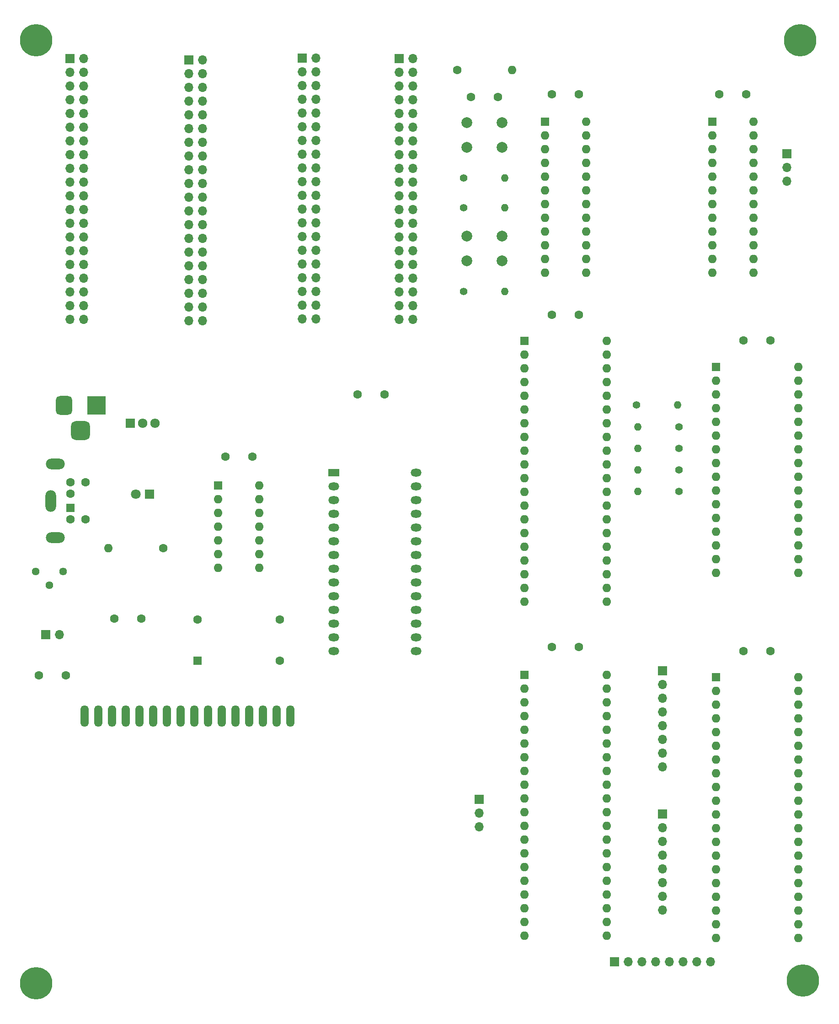
<source format=gbr>
%TF.GenerationSoftware,KiCad,Pcbnew,(6.0.7)*%
%TF.CreationDate,2022-08-28T18:23:33-05:00*%
%TF.ProjectId,6502,36353032-2e6b-4696-9361-645f70636258,rev?*%
%TF.SameCoordinates,Original*%
%TF.FileFunction,Soldermask,Bot*%
%TF.FilePolarity,Negative*%
%FSLAX46Y46*%
G04 Gerber Fmt 4.6, Leading zero omitted, Abs format (unit mm)*
G04 Created by KiCad (PCBNEW (6.0.7)) date 2022-08-28 18:23:33*
%MOMM*%
%LPD*%
G01*
G04 APERTURE LIST*
G04 Aperture macros list*
%AMRoundRect*
0 Rectangle with rounded corners*
0 $1 Rounding radius*
0 $2 $3 $4 $5 $6 $7 $8 $9 X,Y pos of 4 corners*
0 Add a 4 corners polygon primitive as box body*
4,1,4,$2,$3,$4,$5,$6,$7,$8,$9,$2,$3,0*
0 Add four circle primitives for the rounded corners*
1,1,$1+$1,$2,$3*
1,1,$1+$1,$4,$5*
1,1,$1+$1,$6,$7*
1,1,$1+$1,$8,$9*
0 Add four rect primitives between the rounded corners*
20,1,$1+$1,$2,$3,$4,$5,0*
20,1,$1+$1,$4,$5,$6,$7,0*
20,1,$1+$1,$6,$7,$8,$9,0*
20,1,$1+$1,$8,$9,$2,$3,0*%
G04 Aperture macros list end*
%ADD10R,1.700000X1.700000*%
%ADD11O,1.700000X1.700000*%
%ADD12C,1.600000*%
%ADD13R,1.600000X1.600000*%
%ADD14O,1.600000X1.600000*%
%ADD15O,1.501140X4.000500*%
%ADD16C,6.000000*%
%ADD17C,1.400000*%
%ADD18O,1.400000X1.400000*%
%ADD19O,3.500000X2.000000*%
%ADD20O,2.000000X4.000000*%
%ADD21C,1.440000*%
%ADD22R,3.500000X3.500000*%
%ADD23RoundRect,0.750000X-0.750000X-1.000000X0.750000X-1.000000X0.750000X1.000000X-0.750000X1.000000X0*%
%ADD24RoundRect,0.875000X-0.875000X-0.875000X0.875000X-0.875000X0.875000X0.875000X-0.875000X0.875000X0*%
%ADD25R,2.000000X1.440000*%
%ADD26O,2.000000X1.440000*%
%ADD27C,2.000000*%
%ADD28R,1.717500X1.800000*%
%ADD29O,1.717500X1.800000*%
%ADD30R,1.800000X1.800000*%
%ADD31C,1.800000*%
G04 APERTURE END LIST*
D10*
%TO.C,J3*%
X214000000Y-224975000D03*
D11*
X214000000Y-227515000D03*
X214000000Y-230055000D03*
%TD*%
D12*
%TO.C,C6*%
X146500000Y-191500000D03*
X151500000Y-191500000D03*
%TD*%
D13*
%TO.C,U5*%
X222375000Y-140125000D03*
D14*
X222375000Y-142665000D03*
X222375000Y-145205000D03*
X222375000Y-147745000D03*
X222375000Y-150285000D03*
X222375000Y-152825000D03*
X222375000Y-155365000D03*
X222375000Y-157905000D03*
X222375000Y-160445000D03*
X222375000Y-162985000D03*
X222375000Y-165525000D03*
X222375000Y-168065000D03*
X222375000Y-170605000D03*
X222375000Y-173145000D03*
X222375000Y-175685000D03*
X222375000Y-178225000D03*
X222375000Y-180765000D03*
X222375000Y-183305000D03*
X222375000Y-185845000D03*
X222375000Y-188385000D03*
X237615000Y-188385000D03*
X237615000Y-185845000D03*
X237615000Y-183305000D03*
X237615000Y-180765000D03*
X237615000Y-178225000D03*
X237615000Y-175685000D03*
X237615000Y-173145000D03*
X237615000Y-170605000D03*
X237615000Y-168065000D03*
X237615000Y-165525000D03*
X237615000Y-162985000D03*
X237615000Y-160445000D03*
X237615000Y-157905000D03*
X237615000Y-155365000D03*
X237615000Y-152825000D03*
X237615000Y-150285000D03*
X237615000Y-147745000D03*
X237615000Y-145205000D03*
X237615000Y-142665000D03*
X237615000Y-140125000D03*
%TD*%
D12*
%TO.C,C5*%
X227500000Y-94500000D03*
X232500000Y-94500000D03*
%TD*%
D13*
%TO.C,U2*%
X226200000Y-99525000D03*
D14*
X226200000Y-102065000D03*
X226200000Y-104605000D03*
X226200000Y-107145000D03*
X226200000Y-109685000D03*
X226200000Y-112225000D03*
X226200000Y-114765000D03*
X226200000Y-117305000D03*
X226200000Y-119845000D03*
X226200000Y-122385000D03*
X226200000Y-124925000D03*
X226200000Y-127465000D03*
X233820000Y-127465000D03*
X233820000Y-124925000D03*
X233820000Y-122385000D03*
X233820000Y-119845000D03*
X233820000Y-117305000D03*
X233820000Y-114765000D03*
X233820000Y-112225000D03*
X233820000Y-109685000D03*
X233820000Y-107145000D03*
X233820000Y-104605000D03*
X233820000Y-102065000D03*
X233820000Y-99525000D03*
%TD*%
D12*
%TO.C,R10*%
X210000000Y-90000000D03*
D14*
X220160000Y-90000000D03*
%TD*%
D15*
%TO.C,U9*%
X141000840Y-209499420D03*
X143540840Y-209499420D03*
X146080840Y-209499420D03*
X148620840Y-209499420D03*
X151160840Y-209499420D03*
X153700840Y-209499420D03*
X156240840Y-209499420D03*
X158780840Y-209499420D03*
X161320840Y-209499420D03*
X163860840Y-209499420D03*
X166400840Y-209499420D03*
X168940840Y-209499420D03*
X171480840Y-209499420D03*
X174020840Y-209499420D03*
X176560840Y-209499420D03*
X179100840Y-209499420D03*
%TD*%
D16*
%TO.C,REF4*%
X132000000Y-259000000D03*
%TD*%
D17*
%TO.C,R7*%
X251000000Y-156000000D03*
D18*
X243380000Y-156000000D03*
%TD*%
D17*
%TO.C,R8*%
X243190000Y-152000000D03*
D18*
X250810000Y-152000000D03*
%TD*%
D17*
%TO.C,R2*%
X211190000Y-131000000D03*
D18*
X218810000Y-131000000D03*
%TD*%
D13*
%TO.C,J9*%
X138360000Y-171000000D03*
D12*
X138360000Y-168400000D03*
X138360000Y-173100000D03*
X138360000Y-166300000D03*
X141160000Y-173100000D03*
X141160000Y-166300000D03*
D19*
X135510000Y-176550000D03*
D20*
X134710000Y-169700000D03*
D19*
X135510000Y-162850000D03*
%TD*%
D12*
%TO.C,C10*%
X227500000Y-196750000D03*
X232500000Y-196750000D03*
%TD*%
D13*
%TO.C,X1*%
X161880000Y-199310000D03*
D12*
X177120000Y-199310000D03*
X177120000Y-191690000D03*
X161880000Y-191690000D03*
%TD*%
D10*
%TO.C,J10*%
X138225000Y-87875000D03*
D11*
X140765000Y-87875000D03*
X138225000Y-90415000D03*
X140765000Y-90415000D03*
X138225000Y-92955000D03*
X140765000Y-92955000D03*
X138225000Y-95495000D03*
X140765000Y-95495000D03*
X138225000Y-98035000D03*
X140765000Y-98035000D03*
X138225000Y-100575000D03*
X140765000Y-100575000D03*
X138225000Y-103115000D03*
X140765000Y-103115000D03*
X138225000Y-105655000D03*
X140765000Y-105655000D03*
X138225000Y-108195000D03*
X140765000Y-108195000D03*
X138225000Y-110735000D03*
X140765000Y-110735000D03*
X138225000Y-113275000D03*
X140765000Y-113275000D03*
X138225000Y-115815000D03*
X140765000Y-115815000D03*
X138225000Y-118355000D03*
X140765000Y-118355000D03*
X138225000Y-120895000D03*
X140765000Y-120895000D03*
X138225000Y-123435000D03*
X140765000Y-123435000D03*
X138225000Y-125975000D03*
X140765000Y-125975000D03*
X138225000Y-128515000D03*
X140765000Y-128515000D03*
X138225000Y-131055000D03*
X140765000Y-131055000D03*
X138225000Y-133595000D03*
X140765000Y-133595000D03*
X138225000Y-136135000D03*
X140765000Y-136135000D03*
%TD*%
D10*
%TO.C,J8*%
X199225000Y-87875000D03*
D11*
X201765000Y-87875000D03*
X199225000Y-90415000D03*
X201765000Y-90415000D03*
X199225000Y-92955000D03*
X201765000Y-92955000D03*
X199225000Y-95495000D03*
X201765000Y-95495000D03*
X199225000Y-98035000D03*
X201765000Y-98035000D03*
X199225000Y-100575000D03*
X201765000Y-100575000D03*
X199225000Y-103115000D03*
X201765000Y-103115000D03*
X199225000Y-105655000D03*
X201765000Y-105655000D03*
X199225000Y-108195000D03*
X201765000Y-108195000D03*
X199225000Y-110735000D03*
X201765000Y-110735000D03*
X199225000Y-113275000D03*
X201765000Y-113275000D03*
X199225000Y-115815000D03*
X201765000Y-115815000D03*
X199225000Y-118355000D03*
X201765000Y-118355000D03*
X199225000Y-120895000D03*
X201765000Y-120895000D03*
X199225000Y-123435000D03*
X201765000Y-123435000D03*
X199225000Y-125975000D03*
X201765000Y-125975000D03*
X199225000Y-128515000D03*
X201765000Y-128515000D03*
X199225000Y-131055000D03*
X201765000Y-131055000D03*
X199225000Y-133595000D03*
X201765000Y-133595000D03*
X199225000Y-136135000D03*
X201765000Y-136135000D03*
%TD*%
D12*
%TO.C,C8*%
X212500000Y-95000000D03*
X217500000Y-95000000D03*
%TD*%
D17*
%TO.C,R6*%
X211190000Y-115500000D03*
D18*
X218810000Y-115500000D03*
%TD*%
D16*
%TO.C,REF1*%
X132000000Y-84500000D03*
%TD*%
D10*
%TO.C,J12*%
X133725000Y-194500000D03*
D11*
X136265000Y-194500000D03*
%TD*%
D13*
%TO.C,U4*%
X257200000Y-99525000D03*
D14*
X257200000Y-102065000D03*
X257200000Y-104605000D03*
X257200000Y-107145000D03*
X257200000Y-109685000D03*
X257200000Y-112225000D03*
X257200000Y-114765000D03*
X257200000Y-117305000D03*
X257200000Y-119845000D03*
X257200000Y-122385000D03*
X257200000Y-124925000D03*
X257200000Y-127465000D03*
X264820000Y-127465000D03*
X264820000Y-124925000D03*
X264820000Y-122385000D03*
X264820000Y-119845000D03*
X264820000Y-117305000D03*
X264820000Y-114765000D03*
X264820000Y-112225000D03*
X264820000Y-109685000D03*
X264820000Y-107145000D03*
X264820000Y-104605000D03*
X264820000Y-102065000D03*
X264820000Y-99525000D03*
%TD*%
D12*
%TO.C,C9*%
X258500000Y-94500000D03*
X263500000Y-94500000D03*
%TD*%
D13*
%TO.C,U1*%
X165700000Y-166875000D03*
D14*
X165700000Y-169415000D03*
X165700000Y-171955000D03*
X165700000Y-174495000D03*
X165700000Y-177035000D03*
X165700000Y-179575000D03*
X165700000Y-182115000D03*
X173320000Y-182115000D03*
X173320000Y-179575000D03*
X173320000Y-177035000D03*
X173320000Y-174495000D03*
X173320000Y-171955000D03*
X173320000Y-169415000D03*
X173320000Y-166875000D03*
%TD*%
D12*
%TO.C,C7*%
X191500000Y-150000000D03*
X196500000Y-150000000D03*
%TD*%
D21*
%TO.C,RV1*%
X137025000Y-182775000D03*
X134485000Y-185315000D03*
X131945000Y-182775000D03*
%TD*%
D16*
%TO.C,REF3*%
X274000000Y-258500000D03*
%TD*%
D12*
%TO.C,R9*%
X155500000Y-178500000D03*
D14*
X145340000Y-178500000D03*
%TD*%
D12*
%TO.C,C4*%
X263000000Y-140000000D03*
X268000000Y-140000000D03*
%TD*%
D10*
%TO.C,J2*%
X248000000Y-201125000D03*
D11*
X248000000Y-203665000D03*
X248000000Y-206205000D03*
X248000000Y-208745000D03*
X248000000Y-211285000D03*
X248000000Y-213825000D03*
X248000000Y-216365000D03*
X248000000Y-218905000D03*
%TD*%
D10*
%TO.C,J5*%
X239125000Y-255000000D03*
D11*
X241665000Y-255000000D03*
X244205000Y-255000000D03*
X246745000Y-255000000D03*
X249285000Y-255000000D03*
X251825000Y-255000000D03*
X254365000Y-255000000D03*
X256905000Y-255000000D03*
%TD*%
D13*
%TO.C,U7*%
X257875000Y-202375000D03*
D14*
X257875000Y-204915000D03*
X257875000Y-207455000D03*
X257875000Y-209995000D03*
X257875000Y-212535000D03*
X257875000Y-215075000D03*
X257875000Y-217615000D03*
X257875000Y-220155000D03*
X257875000Y-222695000D03*
X257875000Y-225235000D03*
X257875000Y-227775000D03*
X257875000Y-230315000D03*
X257875000Y-232855000D03*
X257875000Y-235395000D03*
X257875000Y-237935000D03*
X257875000Y-240475000D03*
X257875000Y-243015000D03*
X257875000Y-245555000D03*
X257875000Y-248095000D03*
X257875000Y-250635000D03*
X273115000Y-250635000D03*
X273115000Y-248095000D03*
X273115000Y-245555000D03*
X273115000Y-243015000D03*
X273115000Y-240475000D03*
X273115000Y-237935000D03*
X273115000Y-235395000D03*
X273115000Y-232855000D03*
X273115000Y-230315000D03*
X273115000Y-227775000D03*
X273115000Y-225235000D03*
X273115000Y-222695000D03*
X273115000Y-220155000D03*
X273115000Y-217615000D03*
X273115000Y-215075000D03*
X273115000Y-212535000D03*
X273115000Y-209995000D03*
X273115000Y-207455000D03*
X273115000Y-204915000D03*
X273115000Y-202375000D03*
%TD*%
D12*
%TO.C,C2*%
X263000000Y-197500000D03*
X268000000Y-197500000D03*
%TD*%
D10*
%TO.C,J4*%
X160225000Y-88155000D03*
D11*
X162765000Y-88155000D03*
X160225000Y-90695000D03*
X162765000Y-90695000D03*
X160225000Y-93235000D03*
X162765000Y-93235000D03*
X160225000Y-95775000D03*
X162765000Y-95775000D03*
X160225000Y-98315000D03*
X162765000Y-98315000D03*
X160225000Y-100855000D03*
X162765000Y-100855000D03*
X160225000Y-103395000D03*
X162765000Y-103395000D03*
X160225000Y-105935000D03*
X162765000Y-105935000D03*
X160225000Y-108475000D03*
X162765000Y-108475000D03*
X160225000Y-111015000D03*
X162765000Y-111015000D03*
X160225000Y-113555000D03*
X162765000Y-113555000D03*
X160225000Y-116095000D03*
X162765000Y-116095000D03*
X160225000Y-118635000D03*
X162765000Y-118635000D03*
X160225000Y-121175000D03*
X162765000Y-121175000D03*
X160225000Y-123715000D03*
X162765000Y-123715000D03*
X160225000Y-126255000D03*
X162765000Y-126255000D03*
X160225000Y-128795000D03*
X162765000Y-128795000D03*
X160225000Y-131335000D03*
X162765000Y-131335000D03*
X160225000Y-133875000D03*
X162765000Y-133875000D03*
X160225000Y-136415000D03*
X162765000Y-136415000D03*
%TD*%
D17*
%TO.C,R4*%
X251000000Y-160000000D03*
D18*
X243380000Y-160000000D03*
%TD*%
D22*
%TO.C,J11*%
X143160000Y-152042500D03*
D23*
X137160000Y-152042500D03*
D24*
X140160000Y-156742500D03*
%TD*%
D10*
%TO.C,J6*%
X271000000Y-105475000D03*
D11*
X271000000Y-108015000D03*
X271000000Y-110555000D03*
%TD*%
D25*
%TO.C,U3*%
X187107500Y-164510000D03*
D26*
X187107500Y-167050000D03*
X187107500Y-169590000D03*
X187107500Y-172130000D03*
X187107500Y-174670000D03*
X187107500Y-177210000D03*
X187107500Y-179750000D03*
X187107500Y-182290000D03*
X187107500Y-184830000D03*
X187107500Y-187370000D03*
X187107500Y-189910000D03*
X187107500Y-192450000D03*
X187107500Y-194990000D03*
X187107500Y-197530000D03*
X202347500Y-197530000D03*
X202347500Y-194990000D03*
X202347500Y-192450000D03*
X202347500Y-189910000D03*
X202347500Y-187370000D03*
X202347500Y-184830000D03*
X202347500Y-182290000D03*
X202347500Y-179750000D03*
X202347500Y-177210000D03*
X202347500Y-174670000D03*
X202347500Y-172130000D03*
X202347500Y-169590000D03*
X202347500Y-167050000D03*
X202347500Y-164510000D03*
%TD*%
D27*
%TO.C,SW1*%
X211750000Y-99750000D03*
X218250000Y-99750000D03*
X218250000Y-104250000D03*
X211750000Y-104250000D03*
%TD*%
D12*
%TO.C,C1*%
X167000000Y-161500000D03*
X172000000Y-161500000D03*
%TD*%
D28*
%TO.C,Q1*%
X149400000Y-155315000D03*
D29*
X151690000Y-155315000D03*
X153980000Y-155315000D03*
%TD*%
D12*
%TO.C,C3*%
X227500000Y-135250000D03*
X232500000Y-135250000D03*
%TD*%
D16*
%TO.C,REF2*%
X273500000Y-84500000D03*
%TD*%
D10*
%TO.C,J7*%
X181225000Y-87800000D03*
D11*
X183765000Y-87800000D03*
X181225000Y-90340000D03*
X183765000Y-90340000D03*
X181225000Y-92880000D03*
X183765000Y-92880000D03*
X181225000Y-95420000D03*
X183765000Y-95420000D03*
X181225000Y-97960000D03*
X183765000Y-97960000D03*
X181225000Y-100500000D03*
X183765000Y-100500000D03*
X181225000Y-103040000D03*
X183765000Y-103040000D03*
X181225000Y-105580000D03*
X183765000Y-105580000D03*
X181225000Y-108120000D03*
X183765000Y-108120000D03*
X181225000Y-110660000D03*
X183765000Y-110660000D03*
X181225000Y-113200000D03*
X183765000Y-113200000D03*
X181225000Y-115740000D03*
X183765000Y-115740000D03*
X181225000Y-118280000D03*
X183765000Y-118280000D03*
X181225000Y-120820000D03*
X183765000Y-120820000D03*
X181225000Y-123360000D03*
X183765000Y-123360000D03*
X181225000Y-125900000D03*
X183765000Y-125900000D03*
X181225000Y-128440000D03*
X183765000Y-128440000D03*
X181225000Y-130980000D03*
X183765000Y-130980000D03*
X181225000Y-133520000D03*
X183765000Y-133520000D03*
X181225000Y-136060000D03*
X183765000Y-136060000D03*
%TD*%
D13*
%TO.C,U6*%
X257875000Y-144950000D03*
D14*
X257875000Y-147490000D03*
X257875000Y-150030000D03*
X257875000Y-152570000D03*
X257875000Y-155110000D03*
X257875000Y-157650000D03*
X257875000Y-160190000D03*
X257875000Y-162730000D03*
X257875000Y-165270000D03*
X257875000Y-167810000D03*
X257875000Y-170350000D03*
X257875000Y-172890000D03*
X257875000Y-175430000D03*
X257875000Y-177970000D03*
X257875000Y-180510000D03*
X257875000Y-183050000D03*
X273115000Y-183050000D03*
X273115000Y-180510000D03*
X273115000Y-177970000D03*
X273115000Y-175430000D03*
X273115000Y-172890000D03*
X273115000Y-170350000D03*
X273115000Y-167810000D03*
X273115000Y-165270000D03*
X273115000Y-162730000D03*
X273115000Y-160190000D03*
X273115000Y-157650000D03*
X273115000Y-155110000D03*
X273115000Y-152570000D03*
X273115000Y-150030000D03*
X273115000Y-147490000D03*
X273115000Y-144950000D03*
%TD*%
D30*
%TO.C,D1*%
X152965000Y-168500000D03*
D31*
X150425000Y-168500000D03*
%TD*%
D17*
%TO.C,R3*%
X251000000Y-164000000D03*
D18*
X243380000Y-164000000D03*
%TD*%
D10*
%TO.C,J1*%
X248000000Y-227625000D03*
D11*
X248000000Y-230165000D03*
X248000000Y-232705000D03*
X248000000Y-235245000D03*
X248000000Y-237785000D03*
X248000000Y-240325000D03*
X248000000Y-242865000D03*
X248000000Y-245405000D03*
%TD*%
D13*
%TO.C,U8*%
X222375000Y-201875000D03*
D14*
X222375000Y-204415000D03*
X222375000Y-206955000D03*
X222375000Y-209495000D03*
X222375000Y-212035000D03*
X222375000Y-214575000D03*
X222375000Y-217115000D03*
X222375000Y-219655000D03*
X222375000Y-222195000D03*
X222375000Y-224735000D03*
X222375000Y-227275000D03*
X222375000Y-229815000D03*
X222375000Y-232355000D03*
X222375000Y-234895000D03*
X222375000Y-237435000D03*
X222375000Y-239975000D03*
X222375000Y-242515000D03*
X222375000Y-245055000D03*
X222375000Y-247595000D03*
X222375000Y-250135000D03*
X237615000Y-250135000D03*
X237615000Y-247595000D03*
X237615000Y-245055000D03*
X237615000Y-242515000D03*
X237615000Y-239975000D03*
X237615000Y-237435000D03*
X237615000Y-234895000D03*
X237615000Y-232355000D03*
X237615000Y-229815000D03*
X237615000Y-227275000D03*
X237615000Y-224735000D03*
X237615000Y-222195000D03*
X237615000Y-219655000D03*
X237615000Y-217115000D03*
X237615000Y-214575000D03*
X237615000Y-212035000D03*
X237615000Y-209495000D03*
X237615000Y-206955000D03*
X237615000Y-204415000D03*
X237615000Y-201875000D03*
%TD*%
D17*
%TO.C,R5*%
X251000000Y-168000000D03*
D18*
X243380000Y-168000000D03*
%TD*%
D17*
%TO.C,R1*%
X211190000Y-110000000D03*
D18*
X218810000Y-110000000D03*
%TD*%
D27*
%TO.C,SW2*%
X211750000Y-120750000D03*
X218250000Y-120750000D03*
X218250000Y-125250000D03*
X211750000Y-125250000D03*
%TD*%
D12*
%TO.C,C11*%
X132500000Y-202000000D03*
X137500000Y-202000000D03*
%TD*%
M02*

</source>
